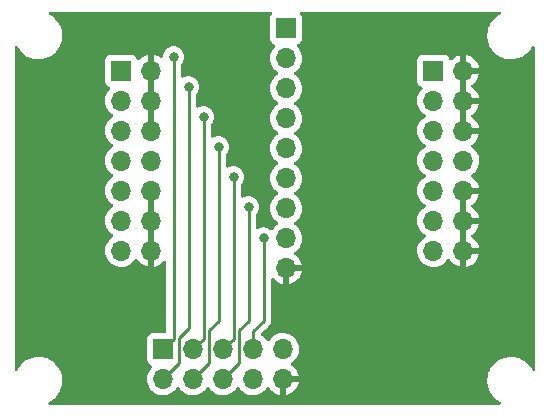
<source format=gbl>
%TF.GenerationSoftware,KiCad,Pcbnew,(6.0.8)*%
%TF.CreationDate,2022-10-22T10:51:26-05:00*%
%TF.ProjectId,jtag_sniff_pcb,6a746167-5f73-46e6-9966-665f7063622e,rev?*%
%TF.SameCoordinates,Original*%
%TF.FileFunction,Copper,L2,Bot*%
%TF.FilePolarity,Positive*%
%FSLAX46Y46*%
G04 Gerber Fmt 4.6, Leading zero omitted, Abs format (unit mm)*
G04 Created by KiCad (PCBNEW (6.0.8)) date 2022-10-22 10:51:26*
%MOMM*%
%LPD*%
G01*
G04 APERTURE LIST*
%TA.AperFunction,ComponentPad*%
%ADD10R,1.700000X1.700000*%
%TD*%
%TA.AperFunction,ComponentPad*%
%ADD11O,1.700000X1.700000*%
%TD*%
%TA.AperFunction,ViaPad*%
%ADD12C,0.800000*%
%TD*%
%TA.AperFunction,Conductor*%
%ADD13C,0.250000*%
%TD*%
G04 APERTURE END LIST*
D10*
%TO.P,J3,1,Pin_1*%
%TO.N,VCC*%
X133350000Y-69860000D03*
D11*
%TO.P,J3,2,Pin_2*%
%TO.N,/TCK*%
X133350000Y-72400000D03*
%TO.P,J3,3,Pin_3*%
%TO.N,/TRST*%
X133350000Y-74940000D03*
%TO.P,J3,4,Pin_4*%
%TO.N,/TDO*%
X133350000Y-77480000D03*
%TO.P,J3,5,Pin_5*%
%TO.N,/ASEBRK*%
X133350000Y-80020000D03*
%TO.P,J3,6,Pin_6*%
%TO.N,/TMS*%
X133350000Y-82560000D03*
%TO.P,J3,7,Pin_7*%
%TO.N,/TDI*%
X133350000Y-85100000D03*
%TO.P,J3,8,Pin_8*%
%TO.N,/RESET*%
X133350000Y-87640000D03*
%TO.P,J3,9,Pin_9*%
%TO.N,GND*%
X133350000Y-90180000D03*
%TD*%
D10*
%TO.P,J1,1,Pin_1*%
%TO.N,/TCK*%
X122936000Y-97028000D03*
D11*
%TO.P,J1,2,Pin_2*%
%TO.N,/TRST*%
X122936000Y-99568000D03*
%TO.P,J1,3,Pin_3*%
%TO.N,/TDO*%
X125476000Y-97028000D03*
%TO.P,J1,4,Pin_4*%
%TO.N,/ASEBRK*%
X125476000Y-99568000D03*
%TO.P,J1,5,Pin_5*%
%TO.N,/TMS*%
X128016000Y-97028000D03*
%TO.P,J1,6,Pin_6*%
%TO.N,/TDI*%
X128016000Y-99568000D03*
%TO.P,J1,7,Pin_7*%
%TO.N,/RESET*%
X130556000Y-97028000D03*
%TO.P,J1,8,Pin_8*%
%TO.N,unconnected-(J1-Pad8)*%
X130556000Y-99568000D03*
%TO.P,J1,9,Pin_9*%
%TO.N,unconnected-(J1-Pad9)*%
X133096000Y-97028000D03*
%TO.P,J1,10,Pin_10*%
%TO.N,GND*%
X133096000Y-99568000D03*
%TD*%
D10*
%TO.P,J2,1,Pin_1*%
%TO.N,/TCK*%
X145816000Y-73462000D03*
D11*
%TO.P,J2,2,Pin_2*%
%TO.N,/TRST*%
X145816000Y-76002000D03*
%TO.P,J2,3,Pin_3*%
%TO.N,/TDO*%
X145816000Y-78542000D03*
%TO.P,J2,4,Pin_4*%
%TO.N,/ASEBRK*%
X145816000Y-81082000D03*
%TO.P,J2,5,Pin_5*%
%TO.N,/TMS*%
X145816000Y-83622000D03*
%TO.P,J2,6,Pin_6*%
%TO.N,/TDI*%
X145816000Y-86162000D03*
%TO.P,J2,7,Pin_7*%
%TO.N,/RESET*%
X145816000Y-88702000D03*
%TO.P,J2,8,Pin_8*%
%TO.N,GND*%
X148356000Y-73462000D03*
%TO.P,J2,9,Pin_9*%
X148356000Y-76002000D03*
%TO.P,J2,10,Pin_10*%
X148356000Y-78542000D03*
%TO.P,J2,11,Pin_11*%
%TO.N,VCC*%
X148356000Y-81082000D03*
%TO.P,J2,12,Pin_12*%
%TO.N,GND*%
X148356000Y-83622000D03*
%TO.P,J2,13,Pin_13*%
X148356000Y-86162000D03*
%TO.P,J2,14,Pin_14*%
X148356000Y-88702000D03*
%TD*%
D10*
%TO.P,J4,1,Pin_1*%
%TO.N,/TCK*%
X119378000Y-73462000D03*
D11*
%TO.P,J4,2,Pin_2*%
%TO.N,/TRST*%
X119378000Y-76002000D03*
%TO.P,J4,3,Pin_3*%
%TO.N,/TDO*%
X119378000Y-78542000D03*
%TO.P,J4,4,Pin_4*%
%TO.N,/ASEBRK*%
X119378000Y-81082000D03*
%TO.P,J4,5,Pin_5*%
%TO.N,/TMS*%
X119378000Y-83622000D03*
%TO.P,J4,6,Pin_6*%
%TO.N,/TDI*%
X119378000Y-86162000D03*
%TO.P,J4,7,Pin_7*%
%TO.N,/RESET*%
X119378000Y-88702000D03*
%TO.P,J4,8,Pin_8*%
%TO.N,GND*%
X121918000Y-73462000D03*
%TO.P,J4,9,Pin_9*%
X121918000Y-76002000D03*
%TO.P,J4,10,Pin_10*%
X121918000Y-78542000D03*
%TO.P,J4,11,Pin_11*%
%TO.N,VCC*%
X121918000Y-81082000D03*
%TO.P,J4,12,Pin_12*%
%TO.N,GND*%
X121918000Y-83622000D03*
%TO.P,J4,13,Pin_13*%
X121918000Y-86162000D03*
%TO.P,J4,14,Pin_14*%
X121918000Y-88702000D03*
%TD*%
D12*
%TO.N,/RESET*%
X131445000Y-87630000D03*
%TO.N,/TDI*%
X130175000Y-84987000D03*
%TO.N,/TMS*%
X128905000Y-82447000D03*
%TO.N,/ASEBRK*%
X127635000Y-79907000D03*
%TO.N,/TDO*%
X126365000Y-77367000D03*
%TO.N,/TRST*%
X125095000Y-74827000D03*
%TO.N,/TCK*%
X123825000Y-72287000D03*
%TD*%
D13*
%TO.N,/RESET*%
X130556000Y-95504000D02*
X131445000Y-94615000D01*
X130556000Y-97028000D02*
X130556000Y-95504000D01*
%TO.N,/TDI*%
X128016000Y-99568000D02*
X129381000Y-98203000D01*
X129381000Y-98203000D02*
X129381000Y-95409000D01*
X129381000Y-95409000D02*
X130175000Y-94615000D01*
X130175000Y-94615000D02*
X130175000Y-84987000D01*
%TO.N,/TMS*%
X128905000Y-82447000D02*
X128905000Y-96139000D01*
X128905000Y-96139000D02*
X128016000Y-97028000D01*
%TO.N,/ASEBRK*%
X125476000Y-99568000D02*
X126841000Y-98203000D01*
X126841000Y-98203000D02*
X126841000Y-95409000D01*
X126841000Y-95409000D02*
X127635000Y-94615000D01*
X127635000Y-94615000D02*
X127635000Y-79907000D01*
%TO.N,/TDO*%
X126365000Y-77367000D02*
X126365000Y-96139000D01*
X126365000Y-96139000D02*
X125476000Y-97028000D01*
%TO.N,/RESET*%
X131445000Y-91440000D02*
X131445000Y-94615000D01*
%TO.N,/TRST*%
X122936000Y-99568000D02*
X124301000Y-98203000D01*
X124301000Y-98203000D02*
X124301000Y-96044000D01*
X124301000Y-96044000D02*
X125095000Y-95250000D01*
X125095000Y-95250000D02*
X125095000Y-74827000D01*
%TO.N,/RESET*%
X131445000Y-87630000D02*
X131445000Y-91440000D01*
%TO.N,/TCK*%
X123825000Y-72287000D02*
X123825000Y-96139000D01*
X123825000Y-96139000D02*
X122936000Y-97028000D01*
%TD*%
%TA.AperFunction,Conductor*%
%TO.N,GND*%
G36*
X132097794Y-68473502D02*
G01*
X132144287Y-68527158D01*
X132154391Y-68597432D01*
X132130499Y-68655065D01*
X132049385Y-68763295D01*
X131998255Y-68899684D01*
X131991500Y-68961866D01*
X131991500Y-70758134D01*
X131998255Y-70820316D01*
X132049385Y-70956705D01*
X132136739Y-71073261D01*
X132253295Y-71160615D01*
X132261704Y-71163767D01*
X132261705Y-71163768D01*
X132370451Y-71204535D01*
X132427216Y-71247176D01*
X132451916Y-71313738D01*
X132436709Y-71383087D01*
X132417316Y-71409568D01*
X132331124Y-71499763D01*
X132290629Y-71542138D01*
X132287715Y-71546410D01*
X132287714Y-71546411D01*
X132241371Y-71614347D01*
X132164743Y-71726680D01*
X132149003Y-71760590D01*
X132074205Y-71921729D01*
X132070688Y-71929305D01*
X132010989Y-72144570D01*
X131987251Y-72366695D01*
X131987548Y-72371848D01*
X131987548Y-72371851D01*
X131994562Y-72493500D01*
X132000110Y-72589715D01*
X132001247Y-72594761D01*
X132001248Y-72594767D01*
X132008458Y-72626757D01*
X132049222Y-72807639D01*
X132133266Y-73014616D01*
X132135965Y-73019020D01*
X132243773Y-73194947D01*
X132249987Y-73205088D01*
X132396250Y-73373938D01*
X132568126Y-73516632D01*
X132638595Y-73557811D01*
X132641445Y-73559476D01*
X132690169Y-73611114D01*
X132703240Y-73680897D01*
X132676509Y-73746669D01*
X132636055Y-73780027D01*
X132623607Y-73786507D01*
X132619474Y-73789610D01*
X132619471Y-73789612D01*
X132595247Y-73807800D01*
X132444965Y-73920635D01*
X132441393Y-73924373D01*
X132331124Y-74039763D01*
X132290629Y-74082138D01*
X132287715Y-74086410D01*
X132287714Y-74086411D01*
X132238072Y-74159183D01*
X132164743Y-74266680D01*
X132130261Y-74340965D01*
X132074205Y-74461729D01*
X132070688Y-74469305D01*
X132010989Y-74684570D01*
X131987251Y-74906695D01*
X131987548Y-74911848D01*
X131987548Y-74911851D01*
X131993202Y-75009908D01*
X132000110Y-75129715D01*
X132001247Y-75134761D01*
X132001248Y-75134767D01*
X132014208Y-75192271D01*
X132049222Y-75347639D01*
X132133266Y-75554616D01*
X132135965Y-75559020D01*
X132243773Y-75734947D01*
X132249987Y-75745088D01*
X132396250Y-75913938D01*
X132568126Y-76056632D01*
X132588590Y-76068590D01*
X132641445Y-76099476D01*
X132690169Y-76151114D01*
X132703240Y-76220897D01*
X132676509Y-76286669D01*
X132636055Y-76320027D01*
X132623607Y-76326507D01*
X132619474Y-76329610D01*
X132619471Y-76329612D01*
X132595247Y-76347800D01*
X132444965Y-76460635D01*
X132441393Y-76464373D01*
X132300481Y-76611829D01*
X132290629Y-76622138D01*
X132287715Y-76626410D01*
X132287714Y-76626411D01*
X132238072Y-76699183D01*
X132164743Y-76806680D01*
X132128161Y-76885489D01*
X132074205Y-77001729D01*
X132070688Y-77009305D01*
X132010989Y-77224570D01*
X131987251Y-77446695D01*
X131987548Y-77451848D01*
X131987548Y-77451851D01*
X131993202Y-77549908D01*
X132000110Y-77669715D01*
X132001247Y-77674761D01*
X132001248Y-77674767D01*
X132014208Y-77732271D01*
X132049222Y-77887639D01*
X132133266Y-78094616D01*
X132135965Y-78099020D01*
X132243773Y-78274947D01*
X132249987Y-78285088D01*
X132396250Y-78453938D01*
X132568126Y-78596632D01*
X132588590Y-78608590D01*
X132641445Y-78639476D01*
X132690169Y-78691114D01*
X132703240Y-78760897D01*
X132676509Y-78826669D01*
X132636055Y-78860027D01*
X132623607Y-78866507D01*
X132619474Y-78869610D01*
X132619471Y-78869612D01*
X132595247Y-78887800D01*
X132444965Y-79000635D01*
X132441393Y-79004373D01*
X132300481Y-79151829D01*
X132290629Y-79162138D01*
X132287715Y-79166410D01*
X132287714Y-79166411D01*
X132238072Y-79239183D01*
X132164743Y-79346680D01*
X132128161Y-79425489D01*
X132074205Y-79541729D01*
X132070688Y-79549305D01*
X132010989Y-79764570D01*
X131987251Y-79986695D01*
X131987548Y-79991848D01*
X131987548Y-79991851D01*
X131993202Y-80089908D01*
X132000110Y-80209715D01*
X132001247Y-80214761D01*
X132001248Y-80214767D01*
X132004323Y-80228411D01*
X132049222Y-80427639D01*
X132133266Y-80634616D01*
X132249987Y-80825088D01*
X132396250Y-80993938D01*
X132568126Y-81136632D01*
X132582857Y-81145240D01*
X132641445Y-81179476D01*
X132690169Y-81231114D01*
X132703240Y-81300897D01*
X132676509Y-81366669D01*
X132636055Y-81400027D01*
X132623607Y-81406507D01*
X132619474Y-81409610D01*
X132619471Y-81409612D01*
X132595247Y-81427800D01*
X132444965Y-81540635D01*
X132441393Y-81544373D01*
X132300481Y-81691829D01*
X132290629Y-81702138D01*
X132287715Y-81706410D01*
X132287714Y-81706411D01*
X132234734Y-81784077D01*
X132164743Y-81886680D01*
X132128161Y-81965489D01*
X132074205Y-82081729D01*
X132070688Y-82089305D01*
X132010989Y-82304570D01*
X131987251Y-82526695D01*
X131987548Y-82531848D01*
X131987548Y-82531851D01*
X131993202Y-82629908D01*
X132000110Y-82749715D01*
X132001247Y-82754761D01*
X132001248Y-82754767D01*
X132014208Y-82812271D01*
X132049222Y-82967639D01*
X132133266Y-83174616D01*
X132135965Y-83179020D01*
X132243773Y-83354947D01*
X132249987Y-83365088D01*
X132396250Y-83533938D01*
X132568126Y-83676632D01*
X132588590Y-83688590D01*
X132641445Y-83719476D01*
X132690169Y-83771114D01*
X132703240Y-83840897D01*
X132676509Y-83906669D01*
X132636055Y-83940027D01*
X132623607Y-83946507D01*
X132619474Y-83949610D01*
X132619471Y-83949612D01*
X132595247Y-83967800D01*
X132444965Y-84080635D01*
X132441393Y-84084373D01*
X132300481Y-84231829D01*
X132290629Y-84242138D01*
X132287715Y-84246410D01*
X132287714Y-84246411D01*
X132238072Y-84319183D01*
X132164743Y-84426680D01*
X132128161Y-84505489D01*
X132074205Y-84621729D01*
X132070688Y-84629305D01*
X132010989Y-84844570D01*
X131987251Y-85066695D01*
X131987548Y-85071848D01*
X131987548Y-85071851D01*
X131993202Y-85169908D01*
X132000110Y-85289715D01*
X132001247Y-85294761D01*
X132001248Y-85294767D01*
X132014208Y-85352271D01*
X132049222Y-85507639D01*
X132133266Y-85714616D01*
X132135965Y-85719020D01*
X132243773Y-85894947D01*
X132249987Y-85905088D01*
X132396250Y-86073938D01*
X132568126Y-86216632D01*
X132588590Y-86228590D01*
X132641445Y-86259476D01*
X132690169Y-86311114D01*
X132703240Y-86380897D01*
X132676509Y-86446669D01*
X132636055Y-86480027D01*
X132623607Y-86486507D01*
X132619474Y-86489610D01*
X132619471Y-86489612D01*
X132595247Y-86507800D01*
X132444965Y-86620635D01*
X132441393Y-86624373D01*
X132300265Y-86772055D01*
X132290629Y-86782138D01*
X132287715Y-86786410D01*
X132287714Y-86786411D01*
X132209025Y-86901765D01*
X132154114Y-86946768D01*
X132083589Y-86954939D01*
X132030878Y-86932698D01*
X131901752Y-86838882D01*
X131895724Y-86836198D01*
X131895722Y-86836197D01*
X131733319Y-86763891D01*
X131733318Y-86763891D01*
X131727288Y-86761206D01*
X131633887Y-86741353D01*
X131546944Y-86722872D01*
X131546939Y-86722872D01*
X131540487Y-86721500D01*
X131349513Y-86721500D01*
X131343061Y-86722872D01*
X131343056Y-86722872D01*
X131256113Y-86741353D01*
X131162712Y-86761206D01*
X131156682Y-86763891D01*
X131156681Y-86763891D01*
X131106100Y-86786411D01*
X130988248Y-86838882D01*
X130987323Y-86836804D01*
X130928512Y-86851076D01*
X130861419Y-86827859D01*
X130817528Y-86772055D01*
X130808500Y-86725218D01*
X130808500Y-85689524D01*
X130828502Y-85621403D01*
X130840858Y-85605221D01*
X130914040Y-85523944D01*
X130972314Y-85423010D01*
X131006223Y-85364279D01*
X131006224Y-85364278D01*
X131009527Y-85358556D01*
X131068542Y-85176928D01*
X131069791Y-85165051D01*
X131087814Y-84993565D01*
X131088504Y-84987000D01*
X131078708Y-84893797D01*
X131069232Y-84803635D01*
X131069232Y-84803633D01*
X131068542Y-84797072D01*
X131009527Y-84615444D01*
X130999966Y-84598883D01*
X130965459Y-84539117D01*
X130914040Y-84450056D01*
X130909200Y-84444680D01*
X130790675Y-84313045D01*
X130790674Y-84313044D01*
X130786253Y-84308134D01*
X130631752Y-84195882D01*
X130625724Y-84193198D01*
X130625722Y-84193197D01*
X130463319Y-84120891D01*
X130463318Y-84120891D01*
X130457288Y-84118206D01*
X130363888Y-84098353D01*
X130276944Y-84079872D01*
X130276939Y-84079872D01*
X130270487Y-84078500D01*
X130079513Y-84078500D01*
X130073061Y-84079872D01*
X130073056Y-84079872D01*
X129986112Y-84098353D01*
X129892712Y-84118206D01*
X129886682Y-84120891D01*
X129886681Y-84120891D01*
X129743006Y-84184859D01*
X129718248Y-84195882D01*
X129717323Y-84193804D01*
X129658512Y-84208076D01*
X129591419Y-84184859D01*
X129547528Y-84129055D01*
X129538500Y-84082218D01*
X129538500Y-83149524D01*
X129558502Y-83081403D01*
X129570858Y-83065221D01*
X129644040Y-82983944D01*
X129702314Y-82883010D01*
X129736223Y-82824279D01*
X129736224Y-82824278D01*
X129739527Y-82818556D01*
X129798542Y-82636928D01*
X129799791Y-82625051D01*
X129817814Y-82453565D01*
X129818504Y-82447000D01*
X129808708Y-82353797D01*
X129799232Y-82263635D01*
X129799232Y-82263633D01*
X129798542Y-82257072D01*
X129739527Y-82075444D01*
X129726010Y-82052031D01*
X129695959Y-81999982D01*
X129644040Y-81910056D01*
X129619140Y-81882401D01*
X129520675Y-81773045D01*
X129520674Y-81773044D01*
X129516253Y-81768134D01*
X129361752Y-81655882D01*
X129355724Y-81653198D01*
X129355722Y-81653197D01*
X129193319Y-81580891D01*
X129193318Y-81580891D01*
X129187288Y-81578206D01*
X129093888Y-81558353D01*
X129006944Y-81539872D01*
X129006939Y-81539872D01*
X129000487Y-81538500D01*
X128809513Y-81538500D01*
X128803061Y-81539872D01*
X128803056Y-81539872D01*
X128716112Y-81558353D01*
X128622712Y-81578206D01*
X128616682Y-81580891D01*
X128616681Y-81580891D01*
X128473006Y-81644859D01*
X128448248Y-81655882D01*
X128447323Y-81653804D01*
X128388512Y-81668076D01*
X128321419Y-81644859D01*
X128277528Y-81589055D01*
X128268500Y-81542218D01*
X128268500Y-80609524D01*
X128288502Y-80541403D01*
X128300858Y-80525221D01*
X128374040Y-80443944D01*
X128432314Y-80343010D01*
X128466223Y-80284279D01*
X128466224Y-80284278D01*
X128469527Y-80278556D01*
X128528542Y-80096928D01*
X128529791Y-80085051D01*
X128547814Y-79913565D01*
X128548504Y-79907000D01*
X128538708Y-79813797D01*
X128529232Y-79723635D01*
X128529232Y-79723633D01*
X128528542Y-79717072D01*
X128469527Y-79535444D01*
X128459966Y-79518883D01*
X128425459Y-79459117D01*
X128374040Y-79370056D01*
X128369200Y-79364680D01*
X128250675Y-79233045D01*
X128250674Y-79233044D01*
X128246253Y-79228134D01*
X128091752Y-79115882D01*
X128085724Y-79113198D01*
X128085722Y-79113197D01*
X127923319Y-79040891D01*
X127923318Y-79040891D01*
X127917288Y-79038206D01*
X127823888Y-79018353D01*
X127736944Y-78999872D01*
X127736939Y-78999872D01*
X127730487Y-78998500D01*
X127539513Y-78998500D01*
X127533061Y-78999872D01*
X127533056Y-78999872D01*
X127446112Y-79018353D01*
X127352712Y-79038206D01*
X127346682Y-79040891D01*
X127346681Y-79040891D01*
X127203006Y-79104859D01*
X127178248Y-79115882D01*
X127177323Y-79113804D01*
X127118512Y-79128076D01*
X127051419Y-79104859D01*
X127007528Y-79049055D01*
X126998500Y-79002218D01*
X126998500Y-78069524D01*
X127018502Y-78001403D01*
X127030858Y-77985221D01*
X127104040Y-77903944D01*
X127162314Y-77803010D01*
X127196223Y-77744279D01*
X127196224Y-77744278D01*
X127199527Y-77738556D01*
X127258542Y-77556928D01*
X127259791Y-77545051D01*
X127277814Y-77373565D01*
X127278504Y-77367000D01*
X127268708Y-77273797D01*
X127259232Y-77183635D01*
X127259232Y-77183633D01*
X127258542Y-77177072D01*
X127199527Y-76995444D01*
X127189966Y-76978883D01*
X127155459Y-76919117D01*
X127104040Y-76830056D01*
X127099200Y-76824680D01*
X126980675Y-76693045D01*
X126980674Y-76693044D01*
X126976253Y-76688134D01*
X126821752Y-76575882D01*
X126815724Y-76573198D01*
X126815722Y-76573197D01*
X126653319Y-76500891D01*
X126653318Y-76500891D01*
X126647288Y-76498206D01*
X126553887Y-76478353D01*
X126466944Y-76459872D01*
X126466939Y-76459872D01*
X126460487Y-76458500D01*
X126269513Y-76458500D01*
X126263061Y-76459872D01*
X126263056Y-76459872D01*
X126176113Y-76478353D01*
X126082712Y-76498206D01*
X126076682Y-76500891D01*
X126076681Y-76500891D01*
X125933006Y-76564859D01*
X125908248Y-76575882D01*
X125907323Y-76573804D01*
X125848512Y-76588076D01*
X125781419Y-76564859D01*
X125737528Y-76509055D01*
X125728500Y-76462218D01*
X125728500Y-75529524D01*
X125748502Y-75461403D01*
X125760858Y-75445221D01*
X125834040Y-75363944D01*
X125892314Y-75263010D01*
X125926223Y-75204279D01*
X125926224Y-75204278D01*
X125929527Y-75198556D01*
X125988542Y-75016928D01*
X125989791Y-75005051D01*
X126007814Y-74833565D01*
X126008504Y-74827000D01*
X125993534Y-74684570D01*
X125989232Y-74643635D01*
X125989232Y-74643633D01*
X125988542Y-74637072D01*
X125929527Y-74455444D01*
X125919966Y-74438883D01*
X125863432Y-74340965D01*
X125834040Y-74290056D01*
X125829200Y-74284680D01*
X125710675Y-74153045D01*
X125710674Y-74153044D01*
X125706253Y-74148134D01*
X125551752Y-74035882D01*
X125545724Y-74033198D01*
X125545722Y-74033197D01*
X125383319Y-73960891D01*
X125383318Y-73960891D01*
X125377288Y-73958206D01*
X125283887Y-73938353D01*
X125196944Y-73919872D01*
X125196939Y-73919872D01*
X125190487Y-73918500D01*
X124999513Y-73918500D01*
X124993061Y-73919872D01*
X124993056Y-73919872D01*
X124906113Y-73938353D01*
X124812712Y-73958206D01*
X124806682Y-73960891D01*
X124806681Y-73960891D01*
X124663006Y-74024859D01*
X124638248Y-74035882D01*
X124637323Y-74033804D01*
X124578512Y-74048076D01*
X124511419Y-74024859D01*
X124467528Y-73969055D01*
X124458500Y-73922218D01*
X124458500Y-72989524D01*
X124478502Y-72921403D01*
X124490858Y-72905221D01*
X124564040Y-72823944D01*
X124622314Y-72723010D01*
X124656223Y-72664279D01*
X124656224Y-72664278D01*
X124659527Y-72658556D01*
X124718542Y-72476928D01*
X124720089Y-72462215D01*
X124737814Y-72293565D01*
X124738504Y-72287000D01*
X124725868Y-72166771D01*
X124719232Y-72103635D01*
X124719232Y-72103633D01*
X124718542Y-72097072D01*
X124659527Y-71915444D01*
X124564040Y-71750056D01*
X124539140Y-71722401D01*
X124440675Y-71613045D01*
X124440674Y-71613044D01*
X124436253Y-71608134D01*
X124281752Y-71495882D01*
X124275724Y-71493198D01*
X124275722Y-71493197D01*
X124113319Y-71420891D01*
X124113318Y-71420891D01*
X124107288Y-71418206D01*
X124013888Y-71398353D01*
X123926944Y-71379872D01*
X123926939Y-71379872D01*
X123920487Y-71378500D01*
X123729513Y-71378500D01*
X123723061Y-71379872D01*
X123723056Y-71379872D01*
X123636112Y-71398353D01*
X123542712Y-71418206D01*
X123536682Y-71420891D01*
X123536681Y-71420891D01*
X123374278Y-71493197D01*
X123374276Y-71493198D01*
X123368248Y-71495882D01*
X123213747Y-71608134D01*
X123209326Y-71613044D01*
X123209325Y-71613045D01*
X123110861Y-71722401D01*
X123085960Y-71750056D01*
X122990473Y-71915444D01*
X122931458Y-72097072D01*
X122930769Y-72103631D01*
X122930768Y-72103634D01*
X122913170Y-72271070D01*
X122886157Y-72336726D01*
X122827935Y-72377356D01*
X122756990Y-72380059D01*
X122709767Y-72356780D01*
X122676140Y-72330223D01*
X122667552Y-72324517D01*
X122481117Y-72221599D01*
X122471705Y-72217369D01*
X122270959Y-72146280D01*
X122260988Y-72143646D01*
X122189837Y-72130972D01*
X122176540Y-72132432D01*
X122172000Y-72146989D01*
X122172000Y-78670000D01*
X122151998Y-78738121D01*
X122098342Y-78784614D01*
X122046000Y-78796000D01*
X121790000Y-78796000D01*
X121721879Y-78775998D01*
X121675386Y-78722342D01*
X121664000Y-78670000D01*
X121664000Y-72145102D01*
X121660082Y-72131758D01*
X121645806Y-72129771D01*
X121607324Y-72135660D01*
X121597288Y-72138051D01*
X121394868Y-72204212D01*
X121385359Y-72208209D01*
X121196463Y-72306542D01*
X121187738Y-72312036D01*
X121017433Y-72439905D01*
X121009726Y-72446748D01*
X120932478Y-72527584D01*
X120870954Y-72563014D01*
X120800042Y-72559557D01*
X120742255Y-72518311D01*
X120723402Y-72484763D01*
X120681767Y-72373703D01*
X120678615Y-72365295D01*
X120591261Y-72248739D01*
X120474705Y-72161385D01*
X120338316Y-72110255D01*
X120276134Y-72103500D01*
X118479866Y-72103500D01*
X118417684Y-72110255D01*
X118281295Y-72161385D01*
X118164739Y-72248739D01*
X118077385Y-72365295D01*
X118026255Y-72501684D01*
X118019500Y-72563866D01*
X118019500Y-74360134D01*
X118026255Y-74422316D01*
X118077385Y-74558705D01*
X118164739Y-74675261D01*
X118281295Y-74762615D01*
X118289704Y-74765767D01*
X118289705Y-74765768D01*
X118398451Y-74806535D01*
X118455216Y-74849176D01*
X118479916Y-74915738D01*
X118464709Y-74985087D01*
X118445316Y-75011568D01*
X118337351Y-75124547D01*
X118318629Y-75144138D01*
X118315715Y-75148410D01*
X118315714Y-75148411D01*
X118277604Y-75204279D01*
X118192743Y-75328680D01*
X118098688Y-75531305D01*
X118038989Y-75746570D01*
X118015251Y-75968695D01*
X118015548Y-75973848D01*
X118015548Y-75973851D01*
X118023450Y-76110896D01*
X118028110Y-76191715D01*
X118029247Y-76196761D01*
X118029248Y-76196767D01*
X118035241Y-76223357D01*
X118077222Y-76409639D01*
X118138673Y-76560976D01*
X118143636Y-76573197D01*
X118161266Y-76616616D01*
X118277987Y-76807088D01*
X118281367Y-76810990D01*
X118292352Y-76823671D01*
X118424250Y-76975938D01*
X118596126Y-77118632D01*
X118666595Y-77159811D01*
X118669445Y-77161476D01*
X118718169Y-77213114D01*
X118731240Y-77282897D01*
X118704509Y-77348669D01*
X118664055Y-77382027D01*
X118651607Y-77388507D01*
X118647474Y-77391610D01*
X118647471Y-77391612D01*
X118477100Y-77519530D01*
X118472965Y-77522635D01*
X118469393Y-77526373D01*
X118337351Y-77664547D01*
X118318629Y-77684138D01*
X118315715Y-77688410D01*
X118315714Y-77688411D01*
X118277604Y-77744279D01*
X118192743Y-77868680D01*
X118098688Y-78071305D01*
X118038989Y-78286570D01*
X118015251Y-78508695D01*
X118015548Y-78513848D01*
X118015548Y-78513851D01*
X118023450Y-78650896D01*
X118028110Y-78731715D01*
X118029247Y-78736761D01*
X118029248Y-78736767D01*
X118038234Y-78776638D01*
X118077222Y-78949639D01*
X118138673Y-79100976D01*
X118143636Y-79113197D01*
X118161266Y-79156616D01*
X118277987Y-79347088D01*
X118281367Y-79350990D01*
X118292352Y-79363671D01*
X118424250Y-79515938D01*
X118596126Y-79658632D01*
X118666595Y-79699811D01*
X118669445Y-79701476D01*
X118718169Y-79753114D01*
X118731240Y-79822897D01*
X118704509Y-79888669D01*
X118664055Y-79922027D01*
X118651607Y-79928507D01*
X118647474Y-79931610D01*
X118647471Y-79931612D01*
X118477100Y-80059530D01*
X118472965Y-80062635D01*
X118446902Y-80089908D01*
X118337351Y-80204547D01*
X118318629Y-80224138D01*
X118315720Y-80228403D01*
X118315714Y-80228411D01*
X118277604Y-80284279D01*
X118192743Y-80408680D01*
X118098688Y-80611305D01*
X118038989Y-80826570D01*
X118015251Y-81048695D01*
X118015548Y-81053848D01*
X118015548Y-81053851D01*
X118023450Y-81190896D01*
X118028110Y-81271715D01*
X118029247Y-81276761D01*
X118029248Y-81276767D01*
X118035241Y-81303357D01*
X118077222Y-81489639D01*
X118138673Y-81640976D01*
X118143636Y-81653197D01*
X118161266Y-81696616D01*
X118202713Y-81764251D01*
X118275291Y-81882688D01*
X118277987Y-81887088D01*
X118281367Y-81890990D01*
X118292352Y-81903671D01*
X118424250Y-82055938D01*
X118596126Y-82198632D01*
X118666595Y-82239811D01*
X118669445Y-82241476D01*
X118718169Y-82293114D01*
X118731240Y-82362897D01*
X118704509Y-82428669D01*
X118664055Y-82462027D01*
X118651607Y-82468507D01*
X118647474Y-82471610D01*
X118647471Y-82471612D01*
X118477100Y-82599530D01*
X118472965Y-82602635D01*
X118469393Y-82606373D01*
X118337351Y-82744547D01*
X118318629Y-82764138D01*
X118315715Y-82768410D01*
X118315714Y-82768411D01*
X118277604Y-82824279D01*
X118192743Y-82948680D01*
X118098688Y-83151305D01*
X118038989Y-83366570D01*
X118015251Y-83588695D01*
X118015548Y-83593848D01*
X118015548Y-83593851D01*
X118023450Y-83730896D01*
X118028110Y-83811715D01*
X118029247Y-83816761D01*
X118029248Y-83816767D01*
X118035241Y-83843357D01*
X118077222Y-84029639D01*
X118138673Y-84180976D01*
X118143636Y-84193197D01*
X118161266Y-84236616D01*
X118277987Y-84427088D01*
X118281367Y-84430990D01*
X118292352Y-84443671D01*
X118424250Y-84595938D01*
X118596126Y-84738632D01*
X118666595Y-84779811D01*
X118669445Y-84781476D01*
X118718169Y-84833114D01*
X118731240Y-84902897D01*
X118704509Y-84968669D01*
X118664055Y-85002027D01*
X118651607Y-85008507D01*
X118647474Y-85011610D01*
X118647471Y-85011612D01*
X118477100Y-85139530D01*
X118472965Y-85142635D01*
X118469393Y-85146373D01*
X118337351Y-85284547D01*
X118318629Y-85304138D01*
X118315715Y-85308410D01*
X118315714Y-85308411D01*
X118277604Y-85364279D01*
X118192743Y-85488680D01*
X118098688Y-85691305D01*
X118038989Y-85906570D01*
X118015251Y-86128695D01*
X118015548Y-86133848D01*
X118015548Y-86133851D01*
X118023450Y-86270896D01*
X118028110Y-86351715D01*
X118029247Y-86356761D01*
X118029248Y-86356767D01*
X118035241Y-86383357D01*
X118077222Y-86569639D01*
X118138673Y-86720976D01*
X118154452Y-86759834D01*
X118161266Y-86776616D01*
X118277987Y-86967088D01*
X118424250Y-87135938D01*
X118596126Y-87278632D01*
X118666595Y-87319811D01*
X118669445Y-87321476D01*
X118718169Y-87373114D01*
X118731240Y-87442897D01*
X118704509Y-87508669D01*
X118664055Y-87542027D01*
X118651607Y-87548507D01*
X118647474Y-87551610D01*
X118647471Y-87551612D01*
X118477100Y-87679530D01*
X118472965Y-87682635D01*
X118318629Y-87844138D01*
X118192743Y-88028680D01*
X118098688Y-88231305D01*
X118038989Y-88446570D01*
X118015251Y-88668695D01*
X118028110Y-88891715D01*
X118029247Y-88896761D01*
X118029248Y-88896767D01*
X118046645Y-88973962D01*
X118077222Y-89109639D01*
X118161266Y-89316616D01*
X118277987Y-89507088D01*
X118424250Y-89675938D01*
X118596126Y-89818632D01*
X118789000Y-89931338D01*
X118997692Y-90011030D01*
X119002760Y-90012061D01*
X119002763Y-90012062D01*
X119097862Y-90031410D01*
X119216597Y-90055567D01*
X119221772Y-90055757D01*
X119221774Y-90055757D01*
X119434673Y-90063564D01*
X119434677Y-90063564D01*
X119439837Y-90063753D01*
X119444957Y-90063097D01*
X119444959Y-90063097D01*
X119656288Y-90036025D01*
X119656289Y-90036025D01*
X119661416Y-90035368D01*
X119666366Y-90033883D01*
X119870429Y-89972661D01*
X119870434Y-89972659D01*
X119875384Y-89971174D01*
X120075994Y-89872896D01*
X120257860Y-89743173D01*
X120416096Y-89585489D01*
X120459792Y-89524680D01*
X120546453Y-89404077D01*
X120547640Y-89404930D01*
X120594960Y-89361362D01*
X120664897Y-89349145D01*
X120730338Y-89376678D01*
X120758166Y-89408511D01*
X120815694Y-89502388D01*
X120821777Y-89510699D01*
X120961213Y-89671667D01*
X120968580Y-89678883D01*
X121132434Y-89814916D01*
X121140881Y-89820831D01*
X121324756Y-89928279D01*
X121334042Y-89932729D01*
X121533001Y-90008703D01*
X121542899Y-90011579D01*
X121646250Y-90032606D01*
X121660299Y-90031410D01*
X121664000Y-90021065D01*
X121664000Y-83494000D01*
X121684002Y-83425879D01*
X121737658Y-83379386D01*
X121790000Y-83368000D01*
X122046000Y-83368000D01*
X122114121Y-83388002D01*
X122160614Y-83441658D01*
X122172000Y-83494000D01*
X122172000Y-90020517D01*
X122176064Y-90034359D01*
X122189478Y-90036393D01*
X122196184Y-90035534D01*
X122206262Y-90033392D01*
X122410255Y-89972191D01*
X122419842Y-89968433D01*
X122611095Y-89874739D01*
X122619945Y-89869464D01*
X122793328Y-89745792D01*
X122801200Y-89739139D01*
X122952052Y-89588812D01*
X122958721Y-89580975D01*
X122963176Y-89574775D01*
X123019170Y-89531127D01*
X123089873Y-89524680D01*
X123152838Y-89557481D01*
X123188074Y-89619117D01*
X123191500Y-89648300D01*
X123191500Y-95543500D01*
X123171498Y-95611621D01*
X123117842Y-95658114D01*
X123065500Y-95669500D01*
X122037866Y-95669500D01*
X121975684Y-95676255D01*
X121839295Y-95727385D01*
X121722739Y-95814739D01*
X121635385Y-95931295D01*
X121584255Y-96067684D01*
X121577500Y-96129866D01*
X121577500Y-97926134D01*
X121584255Y-97988316D01*
X121635385Y-98124705D01*
X121722739Y-98241261D01*
X121839295Y-98328615D01*
X121847704Y-98331767D01*
X121847705Y-98331768D01*
X121956451Y-98372535D01*
X122013216Y-98415176D01*
X122037916Y-98481738D01*
X122022709Y-98551087D01*
X122003316Y-98577568D01*
X121876629Y-98710138D01*
X121750743Y-98894680D01*
X121729351Y-98940765D01*
X121668052Y-99072824D01*
X121656688Y-99097305D01*
X121596989Y-99312570D01*
X121573251Y-99534695D01*
X121573548Y-99539848D01*
X121573548Y-99539851D01*
X121578442Y-99624733D01*
X121586110Y-99757715D01*
X121587247Y-99762761D01*
X121587248Y-99762767D01*
X121600597Y-99822000D01*
X121635222Y-99975639D01*
X121719266Y-100182616D01*
X121769863Y-100265183D01*
X121833291Y-100368688D01*
X121835987Y-100373088D01*
X121982250Y-100541938D01*
X122154126Y-100684632D01*
X122347000Y-100797338D01*
X122555692Y-100877030D01*
X122560760Y-100878061D01*
X122560763Y-100878062D01*
X122655862Y-100897410D01*
X122774597Y-100921567D01*
X122779772Y-100921757D01*
X122779774Y-100921757D01*
X122992673Y-100929564D01*
X122992677Y-100929564D01*
X122997837Y-100929753D01*
X123002957Y-100929097D01*
X123002959Y-100929097D01*
X123214288Y-100902025D01*
X123214289Y-100902025D01*
X123219416Y-100901368D01*
X123224366Y-100899883D01*
X123428429Y-100838661D01*
X123428434Y-100838659D01*
X123433384Y-100837174D01*
X123633994Y-100738896D01*
X123815860Y-100609173D01*
X123847525Y-100577619D01*
X123970435Y-100455137D01*
X123974096Y-100451489D01*
X124033594Y-100368689D01*
X124104453Y-100270077D01*
X124105776Y-100271028D01*
X124152645Y-100227857D01*
X124222580Y-100215625D01*
X124288026Y-100243144D01*
X124315875Y-100274994D01*
X124375987Y-100373088D01*
X124522250Y-100541938D01*
X124694126Y-100684632D01*
X124887000Y-100797338D01*
X125095692Y-100877030D01*
X125100760Y-100878061D01*
X125100763Y-100878062D01*
X125195862Y-100897410D01*
X125314597Y-100921567D01*
X125319772Y-100921757D01*
X125319774Y-100921757D01*
X125532673Y-100929564D01*
X125532677Y-100929564D01*
X125537837Y-100929753D01*
X125542957Y-100929097D01*
X125542959Y-100929097D01*
X125754288Y-100902025D01*
X125754289Y-100902025D01*
X125759416Y-100901368D01*
X125764366Y-100899883D01*
X125968429Y-100838661D01*
X125968434Y-100838659D01*
X125973384Y-100837174D01*
X126173994Y-100738896D01*
X126355860Y-100609173D01*
X126387525Y-100577619D01*
X126510435Y-100455137D01*
X126514096Y-100451489D01*
X126573594Y-100368689D01*
X126644453Y-100270077D01*
X126645776Y-100271028D01*
X126692645Y-100227857D01*
X126762580Y-100215625D01*
X126828026Y-100243144D01*
X126855875Y-100274994D01*
X126915987Y-100373088D01*
X127062250Y-100541938D01*
X127234126Y-100684632D01*
X127427000Y-100797338D01*
X127635692Y-100877030D01*
X127640760Y-100878061D01*
X127640763Y-100878062D01*
X127735862Y-100897410D01*
X127854597Y-100921567D01*
X127859772Y-100921757D01*
X127859774Y-100921757D01*
X128072673Y-100929564D01*
X128072677Y-100929564D01*
X128077837Y-100929753D01*
X128082957Y-100929097D01*
X128082959Y-100929097D01*
X128294288Y-100902025D01*
X128294289Y-100902025D01*
X128299416Y-100901368D01*
X128304366Y-100899883D01*
X128508429Y-100838661D01*
X128508434Y-100838659D01*
X128513384Y-100837174D01*
X128713994Y-100738896D01*
X128895860Y-100609173D01*
X128927525Y-100577619D01*
X129050435Y-100455137D01*
X129054096Y-100451489D01*
X129113594Y-100368689D01*
X129184453Y-100270077D01*
X129185776Y-100271028D01*
X129232645Y-100227857D01*
X129302580Y-100215625D01*
X129368026Y-100243144D01*
X129395875Y-100274994D01*
X129455987Y-100373088D01*
X129602250Y-100541938D01*
X129774126Y-100684632D01*
X129967000Y-100797338D01*
X130175692Y-100877030D01*
X130180760Y-100878061D01*
X130180763Y-100878062D01*
X130275862Y-100897410D01*
X130394597Y-100921567D01*
X130399772Y-100921757D01*
X130399774Y-100921757D01*
X130612673Y-100929564D01*
X130612677Y-100929564D01*
X130617837Y-100929753D01*
X130622957Y-100929097D01*
X130622959Y-100929097D01*
X130834288Y-100902025D01*
X130834289Y-100902025D01*
X130839416Y-100901368D01*
X130844366Y-100899883D01*
X131048429Y-100838661D01*
X131048434Y-100838659D01*
X131053384Y-100837174D01*
X131253994Y-100738896D01*
X131435860Y-100609173D01*
X131467525Y-100577619D01*
X131590435Y-100455137D01*
X131594096Y-100451489D01*
X131653594Y-100368689D01*
X131724453Y-100270077D01*
X131725640Y-100270930D01*
X131772960Y-100227362D01*
X131842897Y-100215145D01*
X131908338Y-100242678D01*
X131936166Y-100274511D01*
X131993694Y-100368388D01*
X131999777Y-100376699D01*
X132139213Y-100537667D01*
X132146580Y-100544883D01*
X132310434Y-100680916D01*
X132318881Y-100686831D01*
X132502756Y-100794279D01*
X132512042Y-100798729D01*
X132711001Y-100874703D01*
X132720899Y-100877579D01*
X132824250Y-100898606D01*
X132838299Y-100897410D01*
X132842000Y-100887065D01*
X132842000Y-100886517D01*
X133350000Y-100886517D01*
X133354064Y-100900359D01*
X133367478Y-100902393D01*
X133374184Y-100901534D01*
X133384262Y-100899392D01*
X133588255Y-100838191D01*
X133597842Y-100834433D01*
X133789095Y-100740739D01*
X133797945Y-100735464D01*
X133971328Y-100611792D01*
X133979200Y-100605139D01*
X134130052Y-100454812D01*
X134136730Y-100446965D01*
X134261003Y-100274020D01*
X134266313Y-100265183D01*
X134360670Y-100074267D01*
X134364469Y-100064672D01*
X134426377Y-99860910D01*
X134428555Y-99850837D01*
X134429986Y-99839962D01*
X134427775Y-99825778D01*
X134414617Y-99822000D01*
X133368115Y-99822000D01*
X133352876Y-99826475D01*
X133351671Y-99827865D01*
X133350000Y-99835548D01*
X133350000Y-100886517D01*
X132842000Y-100886517D01*
X132842000Y-99440000D01*
X132862002Y-99371879D01*
X132915658Y-99325386D01*
X132968000Y-99314000D01*
X134414344Y-99314000D01*
X134427875Y-99310027D01*
X134429180Y-99300947D01*
X134387214Y-99133875D01*
X134383894Y-99124124D01*
X134298972Y-98928814D01*
X134294105Y-98919739D01*
X134178426Y-98740926D01*
X134172136Y-98732757D01*
X134028806Y-98575240D01*
X134021273Y-98568215D01*
X133854139Y-98436222D01*
X133845556Y-98430520D01*
X133808602Y-98410120D01*
X133758631Y-98359687D01*
X133743859Y-98290245D01*
X133768975Y-98223839D01*
X133796327Y-98197232D01*
X133858840Y-98152642D01*
X133975860Y-98069173D01*
X134134096Y-97911489D01*
X134264453Y-97730077D01*
X134278731Y-97701189D01*
X134361136Y-97534453D01*
X134361137Y-97534451D01*
X134363430Y-97529811D01*
X134428370Y-97316069D01*
X134457529Y-97094590D01*
X134459156Y-97028000D01*
X134440852Y-96805361D01*
X134386431Y-96588702D01*
X134297354Y-96383840D01*
X134176014Y-96196277D01*
X134025670Y-96031051D01*
X134021619Y-96027852D01*
X134021615Y-96027848D01*
X133854414Y-95895800D01*
X133854410Y-95895798D01*
X133850359Y-95892598D01*
X133845831Y-95890098D01*
X133746462Y-95835244D01*
X133654789Y-95784638D01*
X133649920Y-95782914D01*
X133649916Y-95782912D01*
X133449087Y-95711795D01*
X133449083Y-95711794D01*
X133444212Y-95710069D01*
X133439119Y-95709162D01*
X133439116Y-95709161D01*
X133229373Y-95671800D01*
X133229367Y-95671799D01*
X133224284Y-95670894D01*
X133150452Y-95669992D01*
X133006081Y-95668228D01*
X133006079Y-95668228D01*
X133000911Y-95668165D01*
X132780091Y-95701955D01*
X132567756Y-95771357D01*
X132537443Y-95787137D01*
X132463017Y-95825881D01*
X132369607Y-95874507D01*
X132365474Y-95877610D01*
X132365471Y-95877612D01*
X132195100Y-96005530D01*
X132190965Y-96008635D01*
X132036629Y-96170138D01*
X131929201Y-96327621D01*
X131874293Y-96372621D01*
X131803768Y-96380792D01*
X131740021Y-96349538D01*
X131719324Y-96325054D01*
X131638822Y-96200617D01*
X131638820Y-96200614D01*
X131636014Y-96196277D01*
X131485670Y-96031051D01*
X131481619Y-96027852D01*
X131481615Y-96027848D01*
X131314414Y-95895800D01*
X131314410Y-95895798D01*
X131310359Y-95892598D01*
X131305835Y-95890101D01*
X131305831Y-95890098D01*
X131297825Y-95885678D01*
X131247856Y-95835244D01*
X131233087Y-95765800D01*
X131258206Y-95699396D01*
X131269628Y-95686276D01*
X131527760Y-95428145D01*
X131837258Y-95118647D01*
X131845537Y-95111113D01*
X131852018Y-95107000D01*
X131898644Y-95057348D01*
X131901398Y-95054507D01*
X131921135Y-95034770D01*
X131923615Y-95031573D01*
X131931320Y-95022551D01*
X131956159Y-94996100D01*
X131961586Y-94990321D01*
X131965405Y-94983375D01*
X131965407Y-94983372D01*
X131971348Y-94972566D01*
X131982199Y-94956047D01*
X131989758Y-94946301D01*
X131994614Y-94940041D01*
X131997759Y-94932772D01*
X131997762Y-94932768D01*
X132012174Y-94899463D01*
X132017391Y-94888813D01*
X132038695Y-94850060D01*
X132043733Y-94830437D01*
X132050137Y-94811734D01*
X132055033Y-94800420D01*
X132055033Y-94800419D01*
X132058181Y-94793145D01*
X132059420Y-94785322D01*
X132059423Y-94785312D01*
X132065099Y-94749476D01*
X132067505Y-94737856D01*
X132076528Y-94702711D01*
X132076528Y-94702710D01*
X132078500Y-94695030D01*
X132078500Y-94674776D01*
X132080051Y-94655065D01*
X132081980Y-94642886D01*
X132083220Y-94635057D01*
X132079059Y-94591038D01*
X132078500Y-94579181D01*
X132078500Y-91124253D01*
X132098502Y-91056132D01*
X132152158Y-91009639D01*
X132222432Y-90999535D01*
X132287012Y-91029029D01*
X132299738Y-91041756D01*
X132393219Y-91149674D01*
X132400580Y-91156883D01*
X132564434Y-91292916D01*
X132572881Y-91298831D01*
X132756756Y-91406279D01*
X132766042Y-91410729D01*
X132965001Y-91486703D01*
X132974899Y-91489579D01*
X133078250Y-91510606D01*
X133092299Y-91509410D01*
X133096000Y-91499065D01*
X133096000Y-91498517D01*
X133604000Y-91498517D01*
X133608064Y-91512359D01*
X133621478Y-91514393D01*
X133628184Y-91513534D01*
X133638262Y-91511392D01*
X133842255Y-91450191D01*
X133851842Y-91446433D01*
X134043095Y-91352739D01*
X134051945Y-91347464D01*
X134225328Y-91223792D01*
X134233200Y-91217139D01*
X134384052Y-91066812D01*
X134390730Y-91058965D01*
X134515003Y-90886020D01*
X134520313Y-90877183D01*
X134614670Y-90686267D01*
X134618469Y-90676672D01*
X134680377Y-90472910D01*
X134682555Y-90462837D01*
X134683986Y-90451962D01*
X134681775Y-90437778D01*
X134668617Y-90434000D01*
X133622115Y-90434000D01*
X133606876Y-90438475D01*
X133605671Y-90439865D01*
X133604000Y-90447548D01*
X133604000Y-91498517D01*
X133096000Y-91498517D01*
X133096000Y-90052000D01*
X133116002Y-89983879D01*
X133169658Y-89937386D01*
X133222000Y-89926000D01*
X134668344Y-89926000D01*
X134681875Y-89922027D01*
X134683180Y-89912947D01*
X134641214Y-89745875D01*
X134637894Y-89736124D01*
X134552972Y-89540814D01*
X134548105Y-89531739D01*
X134432426Y-89352926D01*
X134426136Y-89344757D01*
X134282806Y-89187240D01*
X134275273Y-89180215D01*
X134108139Y-89048222D01*
X134099556Y-89042520D01*
X134062602Y-89022120D01*
X134012631Y-88971687D01*
X133997859Y-88902245D01*
X134022975Y-88835839D01*
X134050327Y-88809232D01*
X134107305Y-88768590D01*
X134229860Y-88681173D01*
X134242382Y-88668695D01*
X144453251Y-88668695D01*
X144466110Y-88891715D01*
X144467247Y-88896761D01*
X144467248Y-88896767D01*
X144484645Y-88973962D01*
X144515222Y-89109639D01*
X144599266Y-89316616D01*
X144715987Y-89507088D01*
X144862250Y-89675938D01*
X145034126Y-89818632D01*
X145227000Y-89931338D01*
X145435692Y-90011030D01*
X145440760Y-90012061D01*
X145440763Y-90012062D01*
X145535862Y-90031410D01*
X145654597Y-90055567D01*
X145659772Y-90055757D01*
X145659774Y-90055757D01*
X145872673Y-90063564D01*
X145872677Y-90063564D01*
X145877837Y-90063753D01*
X145882957Y-90063097D01*
X145882959Y-90063097D01*
X146094288Y-90036025D01*
X146094289Y-90036025D01*
X146099416Y-90035368D01*
X146104366Y-90033883D01*
X146308429Y-89972661D01*
X146308434Y-89972659D01*
X146313384Y-89971174D01*
X146513994Y-89872896D01*
X146695860Y-89743173D01*
X146854096Y-89585489D01*
X146897792Y-89524680D01*
X146984453Y-89404077D01*
X146985640Y-89404930D01*
X147032960Y-89361362D01*
X147102897Y-89349145D01*
X147168338Y-89376678D01*
X147196166Y-89408511D01*
X147253694Y-89502388D01*
X147259777Y-89510699D01*
X147399213Y-89671667D01*
X147406580Y-89678883D01*
X147570434Y-89814916D01*
X147578881Y-89820831D01*
X147762756Y-89928279D01*
X147772042Y-89932729D01*
X147971001Y-90008703D01*
X147980899Y-90011579D01*
X148084250Y-90032606D01*
X148098299Y-90031410D01*
X148102000Y-90021065D01*
X148102000Y-90020517D01*
X148610000Y-90020517D01*
X148614064Y-90034359D01*
X148627478Y-90036393D01*
X148634184Y-90035534D01*
X148644262Y-90033392D01*
X148848255Y-89972191D01*
X148857842Y-89968433D01*
X149049095Y-89874739D01*
X149057945Y-89869464D01*
X149231328Y-89745792D01*
X149239200Y-89739139D01*
X149390052Y-89588812D01*
X149396730Y-89580965D01*
X149521003Y-89408020D01*
X149526313Y-89399183D01*
X149620670Y-89208267D01*
X149624469Y-89198672D01*
X149686377Y-88994910D01*
X149688555Y-88984837D01*
X149689986Y-88973962D01*
X149687775Y-88959778D01*
X149674617Y-88956000D01*
X148628115Y-88956000D01*
X148612876Y-88960475D01*
X148611671Y-88961865D01*
X148610000Y-88969548D01*
X148610000Y-90020517D01*
X148102000Y-90020517D01*
X148102000Y-88429885D01*
X148610000Y-88429885D01*
X148614475Y-88445124D01*
X148615865Y-88446329D01*
X148623548Y-88448000D01*
X149674344Y-88448000D01*
X149687875Y-88444027D01*
X149689180Y-88434947D01*
X149647214Y-88267875D01*
X149643894Y-88258124D01*
X149558972Y-88062814D01*
X149554105Y-88053739D01*
X149438426Y-87874926D01*
X149432136Y-87866757D01*
X149288806Y-87709240D01*
X149281273Y-87702215D01*
X149114139Y-87570222D01*
X149105552Y-87564517D01*
X149068116Y-87543851D01*
X149018146Y-87493419D01*
X149003374Y-87423976D01*
X149028490Y-87357571D01*
X149055842Y-87330964D01*
X149231327Y-87205792D01*
X149239200Y-87199139D01*
X149390052Y-87048812D01*
X149396730Y-87040965D01*
X149521003Y-86868020D01*
X149526313Y-86859183D01*
X149620670Y-86668267D01*
X149624469Y-86658672D01*
X149686377Y-86454910D01*
X149688555Y-86444837D01*
X149689986Y-86433962D01*
X149687775Y-86419778D01*
X149674617Y-86416000D01*
X148628115Y-86416000D01*
X148612876Y-86420475D01*
X148611671Y-86421865D01*
X148610000Y-86429548D01*
X148610000Y-88429885D01*
X148102000Y-88429885D01*
X148102000Y-85889885D01*
X148610000Y-85889885D01*
X148614475Y-85905124D01*
X148615865Y-85906329D01*
X148623548Y-85908000D01*
X149674344Y-85908000D01*
X149687875Y-85904027D01*
X149689180Y-85894947D01*
X149647214Y-85727875D01*
X149643894Y-85718124D01*
X149558972Y-85522814D01*
X149554105Y-85513739D01*
X149438426Y-85334926D01*
X149432136Y-85326757D01*
X149288806Y-85169240D01*
X149281273Y-85162215D01*
X149114139Y-85030222D01*
X149105552Y-85024517D01*
X149068116Y-85003851D01*
X149018146Y-84953419D01*
X149003374Y-84883976D01*
X149028490Y-84817571D01*
X149055842Y-84790964D01*
X149231327Y-84665792D01*
X149239200Y-84659139D01*
X149390052Y-84508812D01*
X149396730Y-84500965D01*
X149521003Y-84328020D01*
X149526313Y-84319183D01*
X149620670Y-84128267D01*
X149624469Y-84118672D01*
X149686377Y-83914910D01*
X149688555Y-83904837D01*
X149689986Y-83893962D01*
X149687775Y-83879778D01*
X149674617Y-83876000D01*
X148628115Y-83876000D01*
X148612876Y-83880475D01*
X148611671Y-83881865D01*
X148610000Y-83889548D01*
X148610000Y-85889885D01*
X148102000Y-85889885D01*
X148102000Y-83494000D01*
X148122002Y-83425879D01*
X148175658Y-83379386D01*
X148228000Y-83368000D01*
X149674344Y-83368000D01*
X149687875Y-83364027D01*
X149689180Y-83354947D01*
X149647214Y-83187875D01*
X149643894Y-83178124D01*
X149558972Y-82982814D01*
X149554105Y-82973739D01*
X149438426Y-82794926D01*
X149432136Y-82786757D01*
X149288806Y-82629240D01*
X149281273Y-82622215D01*
X149114139Y-82490222D01*
X149105556Y-82484520D01*
X149068602Y-82464120D01*
X149018631Y-82413687D01*
X149003859Y-82344245D01*
X149028975Y-82277839D01*
X149056327Y-82251232D01*
X149079797Y-82234491D01*
X149235860Y-82123173D01*
X149243105Y-82115954D01*
X149390435Y-81969137D01*
X149394096Y-81965489D01*
X149401178Y-81955634D01*
X149521435Y-81788277D01*
X149524453Y-81784077D01*
X149529906Y-81773045D01*
X149621136Y-81588453D01*
X149621137Y-81588451D01*
X149623430Y-81583811D01*
X149688370Y-81370069D01*
X149717529Y-81148590D01*
X149717611Y-81145240D01*
X149719074Y-81085365D01*
X149719074Y-81085361D01*
X149719156Y-81082000D01*
X149700852Y-80859361D01*
X149646431Y-80642702D01*
X149557354Y-80437840D01*
X149476606Y-80313023D01*
X149438822Y-80254617D01*
X149438820Y-80254614D01*
X149436014Y-80250277D01*
X149285670Y-80085051D01*
X149281619Y-80081852D01*
X149281615Y-80081848D01*
X149114414Y-79949800D01*
X149114410Y-79949798D01*
X149110359Y-79946598D01*
X149068569Y-79923529D01*
X149018598Y-79873097D01*
X149003826Y-79803654D01*
X149028942Y-79737248D01*
X149056294Y-79710641D01*
X149231328Y-79585792D01*
X149239200Y-79579139D01*
X149390052Y-79428812D01*
X149396730Y-79420965D01*
X149521003Y-79248020D01*
X149526313Y-79239183D01*
X149620670Y-79048267D01*
X149624469Y-79038672D01*
X149686377Y-78834910D01*
X149688555Y-78824837D01*
X149689986Y-78813962D01*
X149687775Y-78799778D01*
X149674617Y-78796000D01*
X148228000Y-78796000D01*
X148159879Y-78775998D01*
X148113386Y-78722342D01*
X148102000Y-78670000D01*
X148102000Y-78269885D01*
X148610000Y-78269885D01*
X148614475Y-78285124D01*
X148615865Y-78286329D01*
X148623548Y-78288000D01*
X149674344Y-78288000D01*
X149687875Y-78284027D01*
X149689180Y-78274947D01*
X149647214Y-78107875D01*
X149643894Y-78098124D01*
X149558972Y-77902814D01*
X149554105Y-77893739D01*
X149438426Y-77714926D01*
X149432136Y-77706757D01*
X149288806Y-77549240D01*
X149281273Y-77542215D01*
X149114139Y-77410222D01*
X149105552Y-77404517D01*
X149068116Y-77383851D01*
X149018146Y-77333419D01*
X149003374Y-77263976D01*
X149028490Y-77197571D01*
X149055842Y-77170964D01*
X149231327Y-77045792D01*
X149239200Y-77039139D01*
X149390052Y-76888812D01*
X149396730Y-76880965D01*
X149521003Y-76708020D01*
X149526313Y-76699183D01*
X149620670Y-76508267D01*
X149624469Y-76498672D01*
X149686377Y-76294910D01*
X149688555Y-76284837D01*
X149689986Y-76273962D01*
X149687775Y-76259778D01*
X149674617Y-76256000D01*
X148628115Y-76256000D01*
X148612876Y-76260475D01*
X148611671Y-76261865D01*
X148610000Y-76269548D01*
X148610000Y-78269885D01*
X148102000Y-78269885D01*
X148102000Y-75729885D01*
X148610000Y-75729885D01*
X148614475Y-75745124D01*
X148615865Y-75746329D01*
X148623548Y-75748000D01*
X149674344Y-75748000D01*
X149687875Y-75744027D01*
X149689180Y-75734947D01*
X149647214Y-75567875D01*
X149643894Y-75558124D01*
X149558972Y-75362814D01*
X149554105Y-75353739D01*
X149438426Y-75174926D01*
X149432136Y-75166757D01*
X149288806Y-75009240D01*
X149281273Y-75002215D01*
X149114139Y-74870222D01*
X149105552Y-74864517D01*
X149068116Y-74843851D01*
X149018146Y-74793419D01*
X149003374Y-74723976D01*
X149028490Y-74657571D01*
X149055842Y-74630964D01*
X149231327Y-74505792D01*
X149239200Y-74499139D01*
X149390052Y-74348812D01*
X149396730Y-74340965D01*
X149521003Y-74168020D01*
X149526313Y-74159183D01*
X149620670Y-73968267D01*
X149624469Y-73958672D01*
X149686377Y-73754910D01*
X149688555Y-73744837D01*
X149689986Y-73733962D01*
X149687775Y-73719778D01*
X149674617Y-73716000D01*
X148628115Y-73716000D01*
X148612876Y-73720475D01*
X148611671Y-73721865D01*
X148610000Y-73729548D01*
X148610000Y-75729885D01*
X148102000Y-75729885D01*
X148102000Y-73189885D01*
X148610000Y-73189885D01*
X148614475Y-73205124D01*
X148615865Y-73206329D01*
X148623548Y-73208000D01*
X149674344Y-73208000D01*
X149687875Y-73204027D01*
X149689180Y-73194947D01*
X149647214Y-73027875D01*
X149643894Y-73018124D01*
X149558972Y-72822814D01*
X149554105Y-72813739D01*
X149438426Y-72634926D01*
X149432136Y-72626757D01*
X149288806Y-72469240D01*
X149281273Y-72462215D01*
X149114139Y-72330222D01*
X149105552Y-72324517D01*
X148919117Y-72221599D01*
X148909705Y-72217369D01*
X148708959Y-72146280D01*
X148698988Y-72143646D01*
X148627837Y-72130972D01*
X148614540Y-72132432D01*
X148610000Y-72146989D01*
X148610000Y-73189885D01*
X148102000Y-73189885D01*
X148102000Y-72145102D01*
X148098082Y-72131758D01*
X148083806Y-72129771D01*
X148045324Y-72135660D01*
X148035288Y-72138051D01*
X147832868Y-72204212D01*
X147823359Y-72208209D01*
X147634463Y-72306542D01*
X147625738Y-72312036D01*
X147455433Y-72439905D01*
X147447726Y-72446748D01*
X147370478Y-72527584D01*
X147308954Y-72563014D01*
X147238042Y-72559557D01*
X147180255Y-72518311D01*
X147161402Y-72484763D01*
X147119767Y-72373703D01*
X147116615Y-72365295D01*
X147029261Y-72248739D01*
X146912705Y-72161385D01*
X146776316Y-72110255D01*
X146714134Y-72103500D01*
X144917866Y-72103500D01*
X144855684Y-72110255D01*
X144719295Y-72161385D01*
X144602739Y-72248739D01*
X144515385Y-72365295D01*
X144464255Y-72501684D01*
X144457500Y-72563866D01*
X144457500Y-74360134D01*
X144464255Y-74422316D01*
X144515385Y-74558705D01*
X144602739Y-74675261D01*
X144719295Y-74762615D01*
X144727704Y-74765767D01*
X144727705Y-74765768D01*
X144836451Y-74806535D01*
X144893216Y-74849176D01*
X144917916Y-74915738D01*
X144902709Y-74985087D01*
X144883316Y-75011568D01*
X144775351Y-75124547D01*
X144756629Y-75144138D01*
X144753715Y-75148410D01*
X144753714Y-75148411D01*
X144715604Y-75204279D01*
X144630743Y-75328680D01*
X144536688Y-75531305D01*
X144476989Y-75746570D01*
X144453251Y-75968695D01*
X144453548Y-75973848D01*
X144453548Y-75973851D01*
X144461450Y-76110896D01*
X144466110Y-76191715D01*
X144467247Y-76196761D01*
X144467248Y-76196767D01*
X144473241Y-76223357D01*
X144515222Y-76409639D01*
X144576673Y-76560976D01*
X144581636Y-76573197D01*
X144599266Y-76616616D01*
X144715987Y-76807088D01*
X144719367Y-76810990D01*
X144730352Y-76823671D01*
X144862250Y-76975938D01*
X145034126Y-77118632D01*
X145104595Y-77159811D01*
X145107445Y-77161476D01*
X145156169Y-77213114D01*
X145169240Y-77282897D01*
X145142509Y-77348669D01*
X145102055Y-77382027D01*
X145089607Y-77388507D01*
X145085474Y-77391610D01*
X145085471Y-77391612D01*
X144915100Y-77519530D01*
X144910965Y-77522635D01*
X144907393Y-77526373D01*
X144775351Y-77664547D01*
X144756629Y-77684138D01*
X144753715Y-77688410D01*
X144753714Y-77688411D01*
X144715604Y-77744279D01*
X144630743Y-77868680D01*
X144536688Y-78071305D01*
X144476989Y-78286570D01*
X144453251Y-78508695D01*
X144453548Y-78513848D01*
X144453548Y-78513851D01*
X144461450Y-78650896D01*
X144466110Y-78731715D01*
X144467247Y-78736761D01*
X144467248Y-78736767D01*
X144476234Y-78776638D01*
X144515222Y-78949639D01*
X144576673Y-79100976D01*
X144581636Y-79113197D01*
X144599266Y-79156616D01*
X144715987Y-79347088D01*
X144719367Y-79350990D01*
X144730352Y-79363671D01*
X144862250Y-79515938D01*
X145034126Y-79658632D01*
X145104595Y-79699811D01*
X145107445Y-79701476D01*
X145156169Y-79753114D01*
X145169240Y-79822897D01*
X145142509Y-79888669D01*
X145102055Y-79922027D01*
X145089607Y-79928507D01*
X145085474Y-79931610D01*
X145085471Y-79931612D01*
X144915100Y-80059530D01*
X144910965Y-80062635D01*
X144884902Y-80089908D01*
X144775351Y-80204547D01*
X144756629Y-80224138D01*
X144753720Y-80228403D01*
X144753714Y-80228411D01*
X144715604Y-80284279D01*
X144630743Y-80408680D01*
X144536688Y-80611305D01*
X144476989Y-80826570D01*
X144453251Y-81048695D01*
X144453548Y-81053848D01*
X144453548Y-81053851D01*
X144461450Y-81190896D01*
X144466110Y-81271715D01*
X144467247Y-81276761D01*
X144467248Y-81276767D01*
X144473241Y-81303357D01*
X144515222Y-81489639D01*
X144576673Y-81640976D01*
X144581636Y-81653197D01*
X144599266Y-81696616D01*
X144640713Y-81764251D01*
X144713291Y-81882688D01*
X144715987Y-81887088D01*
X144719367Y-81890990D01*
X144730352Y-81903671D01*
X144862250Y-82055938D01*
X145034126Y-82198632D01*
X145104595Y-82239811D01*
X145107445Y-82241476D01*
X145156169Y-82293114D01*
X145169240Y-82362897D01*
X145142509Y-82428669D01*
X145102055Y-82462027D01*
X145089607Y-82468507D01*
X145085474Y-82471610D01*
X145085471Y-82471612D01*
X144915100Y-82599530D01*
X144910965Y-82602635D01*
X144907393Y-82606373D01*
X144775351Y-82744547D01*
X144756629Y-82764138D01*
X144753715Y-82768410D01*
X144753714Y-82768411D01*
X144715604Y-82824279D01*
X144630743Y-82948680D01*
X144536688Y-83151305D01*
X144476989Y-83366570D01*
X144453251Y-83588695D01*
X144453548Y-83593848D01*
X144453548Y-83593851D01*
X144461450Y-83730896D01*
X144466110Y-83811715D01*
X144467247Y-83816761D01*
X144467248Y-83816767D01*
X144473241Y-83843357D01*
X144515222Y-84029639D01*
X144576673Y-84180976D01*
X144581636Y-84193197D01*
X144599266Y-84236616D01*
X144715987Y-84427088D01*
X144719367Y-84430990D01*
X144730352Y-84443671D01*
X144862250Y-84595938D01*
X145034126Y-84738632D01*
X145104595Y-84779811D01*
X145107445Y-84781476D01*
X145156169Y-84833114D01*
X145169240Y-84902897D01*
X145142509Y-84968669D01*
X145102055Y-85002027D01*
X145089607Y-85008507D01*
X145085474Y-85011610D01*
X145085471Y-85011612D01*
X144915100Y-85139530D01*
X144910965Y-85142635D01*
X144907393Y-85146373D01*
X144775351Y-85284547D01*
X144756629Y-85304138D01*
X144753715Y-85308410D01*
X144753714Y-85308411D01*
X144715604Y-85364279D01*
X144630743Y-85488680D01*
X144536688Y-85691305D01*
X144476989Y-85906570D01*
X144453251Y-86128695D01*
X144453548Y-86133848D01*
X144453548Y-86133851D01*
X144461450Y-86270896D01*
X144466110Y-86351715D01*
X144467247Y-86356761D01*
X144467248Y-86356767D01*
X144473241Y-86383357D01*
X144515222Y-86569639D01*
X144576673Y-86720976D01*
X144592452Y-86759834D01*
X144599266Y-86776616D01*
X144715987Y-86967088D01*
X144862250Y-87135938D01*
X145034126Y-87278632D01*
X145104595Y-87319811D01*
X145107445Y-87321476D01*
X145156169Y-87373114D01*
X145169240Y-87442897D01*
X145142509Y-87508669D01*
X145102055Y-87542027D01*
X145089607Y-87548507D01*
X145085474Y-87551610D01*
X145085471Y-87551612D01*
X144915100Y-87679530D01*
X144910965Y-87682635D01*
X144756629Y-87844138D01*
X144630743Y-88028680D01*
X144536688Y-88231305D01*
X144476989Y-88446570D01*
X144453251Y-88668695D01*
X134242382Y-88668695D01*
X134388096Y-88523489D01*
X134412308Y-88489795D01*
X134515435Y-88346277D01*
X134518453Y-88342077D01*
X134557683Y-88262702D01*
X134615136Y-88146453D01*
X134615137Y-88146451D01*
X134617430Y-88141811D01*
X134653226Y-88023993D01*
X134680865Y-87933023D01*
X134680865Y-87933021D01*
X134682370Y-87928069D01*
X134711529Y-87706590D01*
X134713156Y-87640000D01*
X134694852Y-87417361D01*
X134640431Y-87200702D01*
X134551354Y-86995840D01*
X134468981Y-86868511D01*
X134432822Y-86812617D01*
X134432820Y-86812614D01*
X134430014Y-86808277D01*
X134279670Y-86643051D01*
X134275619Y-86639852D01*
X134275615Y-86639848D01*
X134108414Y-86507800D01*
X134108410Y-86507798D01*
X134104359Y-86504598D01*
X134063053Y-86481796D01*
X134013084Y-86431364D01*
X133998312Y-86361921D01*
X134023428Y-86295516D01*
X134050780Y-86268909D01*
X134107305Y-86228590D01*
X134229860Y-86141173D01*
X134388096Y-85983489D01*
X134447594Y-85900689D01*
X134515435Y-85806277D01*
X134518453Y-85802077D01*
X134557683Y-85722702D01*
X134615136Y-85606453D01*
X134615137Y-85606451D01*
X134617430Y-85601811D01*
X134653226Y-85483993D01*
X134680865Y-85393023D01*
X134680865Y-85393021D01*
X134682370Y-85388069D01*
X134711529Y-85166590D01*
X134713156Y-85100000D01*
X134694852Y-84877361D01*
X134640431Y-84660702D01*
X134551354Y-84455840D01*
X134468981Y-84328511D01*
X134432822Y-84272617D01*
X134432820Y-84272614D01*
X134430014Y-84268277D01*
X134279670Y-84103051D01*
X134275619Y-84099852D01*
X134275615Y-84099848D01*
X134108414Y-83967800D01*
X134108410Y-83967798D01*
X134104359Y-83964598D01*
X134063053Y-83941796D01*
X134013084Y-83891364D01*
X133998312Y-83821921D01*
X134023428Y-83755516D01*
X134050780Y-83728909D01*
X134107305Y-83688590D01*
X134229860Y-83601173D01*
X134388096Y-83443489D01*
X134434159Y-83379386D01*
X134515435Y-83266277D01*
X134518453Y-83262077D01*
X134557683Y-83182702D01*
X134615136Y-83066453D01*
X134615137Y-83066451D01*
X134617430Y-83061811D01*
X134653226Y-82943993D01*
X134680865Y-82853023D01*
X134680865Y-82853021D01*
X134682370Y-82848069D01*
X134711529Y-82626590D01*
X134713156Y-82560000D01*
X134694852Y-82337361D01*
X134640431Y-82120702D01*
X134551354Y-81915840D01*
X134448689Y-81757144D01*
X134432822Y-81732617D01*
X134432820Y-81732614D01*
X134430014Y-81728277D01*
X134279670Y-81563051D01*
X134275619Y-81559852D01*
X134275615Y-81559848D01*
X134108414Y-81427800D01*
X134108410Y-81427798D01*
X134104359Y-81424598D01*
X134063053Y-81401796D01*
X134013084Y-81351364D01*
X133998312Y-81281921D01*
X134023428Y-81215516D01*
X134050780Y-81188909D01*
X134112002Y-81145240D01*
X134229860Y-81061173D01*
X134388096Y-80903489D01*
X134416097Y-80864522D01*
X134515435Y-80726277D01*
X134518453Y-80722077D01*
X134555203Y-80647720D01*
X134615136Y-80526453D01*
X134615137Y-80526451D01*
X134617430Y-80521811D01*
X134682370Y-80308069D01*
X134711529Y-80086590D01*
X134713156Y-80020000D01*
X134694852Y-79797361D01*
X134640431Y-79580702D01*
X134551354Y-79375840D01*
X134468981Y-79248511D01*
X134432822Y-79192617D01*
X134432820Y-79192614D01*
X134430014Y-79188277D01*
X134279670Y-79023051D01*
X134275619Y-79019852D01*
X134275615Y-79019848D01*
X134108414Y-78887800D01*
X134108410Y-78887798D01*
X134104359Y-78884598D01*
X134063053Y-78861796D01*
X134013084Y-78811364D01*
X133998312Y-78741921D01*
X134023428Y-78675516D01*
X134050780Y-78648909D01*
X134107305Y-78608590D01*
X134229860Y-78521173D01*
X134388096Y-78363489D01*
X134447594Y-78280689D01*
X134515435Y-78186277D01*
X134518453Y-78182077D01*
X134557683Y-78102702D01*
X134615136Y-77986453D01*
X134615137Y-77986451D01*
X134617430Y-77981811D01*
X134653226Y-77863993D01*
X134680865Y-77773023D01*
X134680865Y-77773021D01*
X134682370Y-77768069D01*
X134711529Y-77546590D01*
X134713156Y-77480000D01*
X134694852Y-77257361D01*
X134640431Y-77040702D01*
X134551354Y-76835840D01*
X134468981Y-76708511D01*
X134432822Y-76652617D01*
X134432820Y-76652614D01*
X134430014Y-76648277D01*
X134279670Y-76483051D01*
X134275619Y-76479852D01*
X134275615Y-76479848D01*
X134108414Y-76347800D01*
X134108410Y-76347798D01*
X134104359Y-76344598D01*
X134063053Y-76321796D01*
X134013084Y-76271364D01*
X133998312Y-76201921D01*
X134023428Y-76135516D01*
X134050780Y-76108909D01*
X134107305Y-76068590D01*
X134229860Y-75981173D01*
X134388096Y-75823489D01*
X134447594Y-75740689D01*
X134515435Y-75646277D01*
X134518453Y-75642077D01*
X134557683Y-75562702D01*
X134615136Y-75446453D01*
X134615137Y-75446451D01*
X134617430Y-75441811D01*
X134653226Y-75323993D01*
X134680865Y-75233023D01*
X134680865Y-75233021D01*
X134682370Y-75228069D01*
X134711529Y-75006590D01*
X134712014Y-74986748D01*
X134713074Y-74943365D01*
X134713074Y-74943361D01*
X134713156Y-74940000D01*
X134694852Y-74717361D01*
X134640431Y-74500702D01*
X134551354Y-74295840D01*
X134473939Y-74176174D01*
X134432822Y-74112617D01*
X134432820Y-74112614D01*
X134430014Y-74108277D01*
X134279670Y-73943051D01*
X134275619Y-73939852D01*
X134275615Y-73939848D01*
X134108414Y-73807800D01*
X134108410Y-73807798D01*
X134104359Y-73804598D01*
X134063053Y-73781796D01*
X134013084Y-73731364D01*
X133998312Y-73661921D01*
X134023428Y-73595516D01*
X134050780Y-73568909D01*
X134094603Y-73537650D01*
X134229860Y-73441173D01*
X134388096Y-73283489D01*
X134447594Y-73200689D01*
X134515435Y-73106277D01*
X134518453Y-73102077D01*
X134617430Y-72901811D01*
X134682370Y-72688069D01*
X134711529Y-72466590D01*
X134712635Y-72421322D01*
X134713074Y-72403365D01*
X134713074Y-72403361D01*
X134713156Y-72400000D01*
X134694852Y-72177361D01*
X134640431Y-71960702D01*
X134551354Y-71755840D01*
X134458976Y-71613045D01*
X134432822Y-71572617D01*
X134432820Y-71572614D01*
X134430014Y-71568277D01*
X134426532Y-71564450D01*
X134282798Y-71406488D01*
X134251746Y-71342642D01*
X134260141Y-71272143D01*
X134305317Y-71217375D01*
X134331761Y-71203706D01*
X134438297Y-71163767D01*
X134446705Y-71160615D01*
X134563261Y-71073261D01*
X134650615Y-70956705D01*
X134701745Y-70820316D01*
X134708500Y-70758134D01*
X134708500Y-68961866D01*
X134701745Y-68899684D01*
X134650615Y-68763295D01*
X134569501Y-68655065D01*
X134544653Y-68588559D01*
X134559706Y-68519176D01*
X134609880Y-68468946D01*
X134670327Y-68453500D01*
X151437122Y-68453500D01*
X151505243Y-68473502D01*
X151551736Y-68527158D01*
X151561840Y-68597432D01*
X151532346Y-68662012D01*
X151496276Y-68690751D01*
X151465210Y-68707269D01*
X151333058Y-68777536D01*
X151329499Y-68780122D01*
X151329497Y-68780123D01*
X151164935Y-68899684D01*
X151105808Y-68942642D01*
X151102644Y-68945698D01*
X151102641Y-68945700D01*
X151013864Y-69031431D01*
X150903748Y-69137769D01*
X150730812Y-69359118D01*
X150728616Y-69362922D01*
X150728611Y-69362929D01*
X150639992Y-69516423D01*
X150590364Y-69602381D01*
X150485138Y-69862824D01*
X150484073Y-69867097D01*
X150484072Y-69867099D01*
X150450379Y-70002236D01*
X150417183Y-70135376D01*
X150387822Y-70414733D01*
X150397625Y-70695458D01*
X150398387Y-70699781D01*
X150398388Y-70699788D01*
X150422164Y-70834624D01*
X150446402Y-70972087D01*
X150533203Y-71239235D01*
X150535131Y-71243188D01*
X150535133Y-71243193D01*
X150537076Y-71247176D01*
X150656340Y-71491702D01*
X150658795Y-71495341D01*
X150658798Y-71495347D01*
X150705409Y-71564450D01*
X150813415Y-71724576D01*
X151001371Y-71933322D01*
X151216550Y-72113879D01*
X151454764Y-72262731D01*
X151588484Y-72322267D01*
X151699851Y-72371851D01*
X151711375Y-72376982D01*
X151981390Y-72454407D01*
X151985740Y-72455018D01*
X151985743Y-72455019D01*
X152086933Y-72469240D01*
X152259552Y-72493500D01*
X152470146Y-72493500D01*
X152472332Y-72493347D01*
X152472336Y-72493347D01*
X152675827Y-72479118D01*
X152675832Y-72479117D01*
X152680212Y-72478811D01*
X152954970Y-72420409D01*
X152959099Y-72418906D01*
X152959103Y-72418905D01*
X153214781Y-72325846D01*
X153214785Y-72325844D01*
X153218926Y-72324337D01*
X153466942Y-72192464D01*
X153514057Y-72158233D01*
X153690629Y-72029947D01*
X153690632Y-72029944D01*
X153694192Y-72027358D01*
X153896252Y-71832231D01*
X154069188Y-71610882D01*
X154196381Y-71390577D01*
X154247763Y-71341584D01*
X154317477Y-71328148D01*
X154383388Y-71354534D01*
X154424570Y-71412366D01*
X154431500Y-71453577D01*
X154431500Y-98732691D01*
X154411498Y-98800812D01*
X154357842Y-98847305D01*
X154287568Y-98857409D01*
X154222988Y-98827915D01*
X154192252Y-98787926D01*
X154182355Y-98767634D01*
X154143660Y-98688298D01*
X154141205Y-98684659D01*
X154141202Y-98684653D01*
X154047615Y-98545905D01*
X153986585Y-98455424D01*
X153969296Y-98436222D01*
X153875244Y-98331768D01*
X153798629Y-98246678D01*
X153583450Y-98066121D01*
X153345236Y-97917269D01*
X153088625Y-97803018D01*
X152933992Y-97758678D01*
X152822837Y-97726805D01*
X152822836Y-97726805D01*
X152818610Y-97725593D01*
X152814260Y-97724982D01*
X152814257Y-97724981D01*
X152711310Y-97710513D01*
X152540448Y-97686500D01*
X152329854Y-97686500D01*
X152327668Y-97686653D01*
X152327664Y-97686653D01*
X152124173Y-97700882D01*
X152124168Y-97700883D01*
X152119788Y-97701189D01*
X151845030Y-97759591D01*
X151840901Y-97761094D01*
X151840897Y-97761095D01*
X151585219Y-97854154D01*
X151585215Y-97854156D01*
X151581074Y-97855663D01*
X151333058Y-97987536D01*
X151329499Y-97990122D01*
X151329497Y-97990123D01*
X151116833Y-98144632D01*
X151105808Y-98152642D01*
X151102644Y-98155698D01*
X151102641Y-98155700D01*
X151032416Y-98223516D01*
X150903748Y-98347769D01*
X150761657Y-98529638D01*
X150743602Y-98552748D01*
X150730812Y-98569118D01*
X150728616Y-98572922D01*
X150728611Y-98572929D01*
X150616199Y-98767634D01*
X150590364Y-98812381D01*
X150485138Y-99072824D01*
X150484073Y-99077097D01*
X150484072Y-99077099D01*
X150424082Y-99317707D01*
X150417183Y-99345376D01*
X150416724Y-99349744D01*
X150416723Y-99349749D01*
X150397285Y-99534695D01*
X150387822Y-99624733D01*
X150387975Y-99629121D01*
X150387975Y-99629127D01*
X150395718Y-99850837D01*
X150397625Y-99905458D01*
X150398387Y-99909781D01*
X150398388Y-99909788D01*
X150422164Y-100044624D01*
X150446402Y-100182087D01*
X150533203Y-100449235D01*
X150535131Y-100453188D01*
X150535133Y-100453193D01*
X150578787Y-100542695D01*
X150656340Y-100701702D01*
X150658795Y-100705341D01*
X150658798Y-100705347D01*
X150682963Y-100741173D01*
X150813415Y-100934576D01*
X151001371Y-101143322D01*
X151216550Y-101323879D01*
X151454764Y-101472731D01*
X151478264Y-101483194D01*
X151483203Y-101485393D01*
X151537299Y-101531374D01*
X151557948Y-101599301D01*
X151538595Y-101667609D01*
X151485385Y-101714610D01*
X151431954Y-101726500D01*
X113357878Y-101726500D01*
X113289757Y-101706498D01*
X113243264Y-101652842D01*
X113233160Y-101582568D01*
X113262654Y-101517988D01*
X113298724Y-101489249D01*
X113458056Y-101404530D01*
X113461942Y-101402464D01*
X113566896Y-101326211D01*
X113685629Y-101239947D01*
X113685632Y-101239944D01*
X113689192Y-101237358D01*
X113891252Y-101042231D01*
X114064188Y-100820882D01*
X114066384Y-100817078D01*
X114066389Y-100817071D01*
X114202435Y-100581431D01*
X114204636Y-100577619D01*
X114309862Y-100317176D01*
X114321368Y-100271028D01*
X114376753Y-100048893D01*
X114376754Y-100048888D01*
X114377817Y-100044624D01*
X114384565Y-99980425D01*
X114406719Y-99769636D01*
X114406719Y-99769633D01*
X114407178Y-99765267D01*
X114407025Y-99760873D01*
X114397529Y-99488939D01*
X114397528Y-99488933D01*
X114397375Y-99484542D01*
X114373608Y-99349749D01*
X114349360Y-99212236D01*
X114348598Y-99207913D01*
X114261797Y-98940765D01*
X114255969Y-98928814D01*
X114177355Y-98767634D01*
X114138660Y-98688298D01*
X114136205Y-98684659D01*
X114136202Y-98684653D01*
X114042615Y-98545905D01*
X113981585Y-98455424D01*
X113964296Y-98436222D01*
X113870244Y-98331768D01*
X113793629Y-98246678D01*
X113578450Y-98066121D01*
X113340236Y-97917269D01*
X113083625Y-97803018D01*
X112928992Y-97758678D01*
X112817837Y-97726805D01*
X112817836Y-97726805D01*
X112813610Y-97725593D01*
X112809260Y-97724982D01*
X112809257Y-97724981D01*
X112706310Y-97710513D01*
X112535448Y-97686500D01*
X112324854Y-97686500D01*
X112322668Y-97686653D01*
X112322664Y-97686653D01*
X112119173Y-97700882D01*
X112119168Y-97700883D01*
X112114788Y-97701189D01*
X111840030Y-97759591D01*
X111835901Y-97761094D01*
X111835897Y-97761095D01*
X111580219Y-97854154D01*
X111580215Y-97854156D01*
X111576074Y-97855663D01*
X111328058Y-97987536D01*
X111324499Y-97990122D01*
X111324497Y-97990123D01*
X111111833Y-98144632D01*
X111100808Y-98152642D01*
X111097644Y-98155698D01*
X111097641Y-98155700D01*
X111027416Y-98223516D01*
X110898748Y-98347769D01*
X110756657Y-98529638D01*
X110738602Y-98552748D01*
X110725812Y-98569118D01*
X110634992Y-98726423D01*
X110598619Y-98789423D01*
X110547237Y-98838416D01*
X110477523Y-98851852D01*
X110411612Y-98825466D01*
X110370430Y-98767634D01*
X110363500Y-98726423D01*
X110363500Y-71447309D01*
X110383502Y-71379188D01*
X110437158Y-71332695D01*
X110507432Y-71322591D01*
X110572012Y-71352085D01*
X110602748Y-71392074D01*
X110651340Y-71491702D01*
X110653795Y-71495341D01*
X110653798Y-71495347D01*
X110700409Y-71564450D01*
X110808415Y-71724576D01*
X110996371Y-71933322D01*
X111211550Y-72113879D01*
X111449764Y-72262731D01*
X111583484Y-72322267D01*
X111694851Y-72371851D01*
X111706375Y-72376982D01*
X111976390Y-72454407D01*
X111980740Y-72455018D01*
X111980743Y-72455019D01*
X112081933Y-72469240D01*
X112254552Y-72493500D01*
X112465146Y-72493500D01*
X112467332Y-72493347D01*
X112467336Y-72493347D01*
X112670827Y-72479118D01*
X112670832Y-72479117D01*
X112675212Y-72478811D01*
X112949970Y-72420409D01*
X112954099Y-72418906D01*
X112954103Y-72418905D01*
X113209781Y-72325846D01*
X113209785Y-72325844D01*
X113213926Y-72324337D01*
X113461942Y-72192464D01*
X113509057Y-72158233D01*
X113685629Y-72029947D01*
X113685632Y-72029944D01*
X113689192Y-72027358D01*
X113891252Y-71832231D01*
X114064188Y-71610882D01*
X114066384Y-71607078D01*
X114066389Y-71607071D01*
X114191381Y-71390577D01*
X114204636Y-71367619D01*
X114309862Y-71107176D01*
X114343544Y-70972087D01*
X114376753Y-70838893D01*
X114376754Y-70838888D01*
X114377817Y-70834624D01*
X114378544Y-70827715D01*
X114406719Y-70559636D01*
X114406719Y-70559633D01*
X114407178Y-70555267D01*
X114397375Y-70274542D01*
X114373608Y-70139749D01*
X114349360Y-70002236D01*
X114348598Y-69997913D01*
X114261797Y-69730765D01*
X114138660Y-69478298D01*
X114136205Y-69474659D01*
X114136202Y-69474653D01*
X114055935Y-69355653D01*
X113981585Y-69245424D01*
X113793629Y-69036678D01*
X113578450Y-68856121D01*
X113340236Y-68707269D01*
X113311797Y-68694607D01*
X113257701Y-68648626D01*
X113237052Y-68580699D01*
X113256405Y-68512391D01*
X113309615Y-68465390D01*
X113363046Y-68453500D01*
X132029673Y-68453500D01*
X132097794Y-68473502D01*
G37*
%TD.AperFunction*%
%TD*%
M02*

</source>
